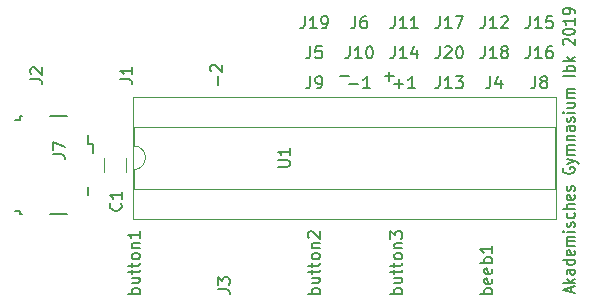
<source format=gbr>
G04 #@! TF.GenerationSoftware,KiCad,Pcbnew,5.99.0-unknown-9a82bc3~100~ubuntu18.04.1*
G04 #@! TF.CreationDate,2019-11-27T20:15:30+01:00*
G04 #@! TF.ProjectId,codebagPCB,636f6465-6261-4675-9043-422e6b696361,rev?*
G04 #@! TF.SameCoordinates,Original*
G04 #@! TF.FileFunction,Legend,Top*
G04 #@! TF.FilePolarity,Positive*
%FSLAX46Y46*%
G04 Gerber Fmt 4.6, Leading zero omitted, Abs format (unit mm)*
G04 Created by KiCad (PCBNEW 5.99.0-unknown-9a82bc3~100~ubuntu18.04.1) date 2019-11-27 20:15:30*
%MOMM*%
%LPD*%
G04 APERTURE LIST*
%ADD10C,0.150000*%
%ADD11C,0.120000*%
G04 APERTURE END LIST*
D10*
X87796666Y-46946428D02*
X87796666Y-46517857D01*
X88082380Y-47032142D02*
X87082380Y-46732142D01*
X88082380Y-46432142D01*
X88082380Y-46132142D02*
X87082380Y-46132142D01*
X87701428Y-46046428D02*
X88082380Y-45789285D01*
X87415714Y-45789285D02*
X87796666Y-46132142D01*
X88082380Y-45017857D02*
X87558571Y-45017857D01*
X87463333Y-45060714D01*
X87415714Y-45146428D01*
X87415714Y-45317857D01*
X87463333Y-45403571D01*
X88034761Y-45017857D02*
X88082380Y-45103571D01*
X88082380Y-45317857D01*
X88034761Y-45403571D01*
X87939523Y-45446428D01*
X87844285Y-45446428D01*
X87749047Y-45403571D01*
X87701428Y-45317857D01*
X87701428Y-45103571D01*
X87653809Y-45017857D01*
X88082380Y-44203571D02*
X87082380Y-44203571D01*
X88034761Y-44203571D02*
X88082380Y-44289285D01*
X88082380Y-44460714D01*
X88034761Y-44546428D01*
X87987142Y-44589285D01*
X87891904Y-44632142D01*
X87606190Y-44632142D01*
X87510952Y-44589285D01*
X87463333Y-44546428D01*
X87415714Y-44460714D01*
X87415714Y-44289285D01*
X87463333Y-44203571D01*
X88034761Y-43432142D02*
X88082380Y-43517857D01*
X88082380Y-43689285D01*
X88034761Y-43774999D01*
X87939523Y-43817857D01*
X87558571Y-43817857D01*
X87463333Y-43774999D01*
X87415714Y-43689285D01*
X87415714Y-43517857D01*
X87463333Y-43432142D01*
X87558571Y-43389285D01*
X87653809Y-43389285D01*
X87749047Y-43817857D01*
X88082380Y-43003571D02*
X87415714Y-43003571D01*
X87510952Y-43003571D02*
X87463333Y-42960714D01*
X87415714Y-42874999D01*
X87415714Y-42746428D01*
X87463333Y-42660714D01*
X87558571Y-42617857D01*
X88082380Y-42617857D01*
X87558571Y-42617857D02*
X87463333Y-42575000D01*
X87415714Y-42489285D01*
X87415714Y-42360714D01*
X87463333Y-42275000D01*
X87558571Y-42232142D01*
X88082380Y-42232142D01*
X88082380Y-41803571D02*
X87415714Y-41803571D01*
X87082380Y-41803571D02*
X87130000Y-41846428D01*
X87177619Y-41803571D01*
X87130000Y-41760714D01*
X87082380Y-41803571D01*
X87177619Y-41803571D01*
X88034761Y-41417857D02*
X88082380Y-41332142D01*
X88082380Y-41160714D01*
X88034761Y-41074999D01*
X87939523Y-41032142D01*
X87891904Y-41032142D01*
X87796666Y-41074999D01*
X87749047Y-41160714D01*
X87749047Y-41289285D01*
X87701428Y-41374999D01*
X87606190Y-41417857D01*
X87558571Y-41417857D01*
X87463333Y-41374999D01*
X87415714Y-41289285D01*
X87415714Y-41160714D01*
X87463333Y-41074999D01*
X88034761Y-40260714D02*
X88082380Y-40346428D01*
X88082380Y-40517857D01*
X88034761Y-40603571D01*
X87987142Y-40646428D01*
X87891904Y-40689285D01*
X87606190Y-40689285D01*
X87510952Y-40646428D01*
X87463333Y-40603571D01*
X87415714Y-40517857D01*
X87415714Y-40346428D01*
X87463333Y-40260714D01*
X88082380Y-39875000D02*
X87082380Y-39875000D01*
X88082380Y-39489285D02*
X87558571Y-39489285D01*
X87463333Y-39532142D01*
X87415714Y-39617857D01*
X87415714Y-39746428D01*
X87463333Y-39832142D01*
X87510952Y-39875000D01*
X88034761Y-38717857D02*
X88082380Y-38803571D01*
X88082380Y-38975000D01*
X88034761Y-39060714D01*
X87939523Y-39103571D01*
X87558571Y-39103571D01*
X87463333Y-39060714D01*
X87415714Y-38975000D01*
X87415714Y-38803571D01*
X87463333Y-38717857D01*
X87558571Y-38675000D01*
X87653809Y-38675000D01*
X87749047Y-39103571D01*
X88034761Y-38332142D02*
X88082380Y-38246428D01*
X88082380Y-38075000D01*
X88034761Y-37989285D01*
X87939523Y-37946428D01*
X87891904Y-37946428D01*
X87796666Y-37989285D01*
X87749047Y-38075000D01*
X87749047Y-38203571D01*
X87701428Y-38289285D01*
X87606190Y-38332142D01*
X87558571Y-38332142D01*
X87463333Y-38289285D01*
X87415714Y-38203571D01*
X87415714Y-38075000D01*
X87463333Y-37989285D01*
X87130000Y-36403571D02*
X87082380Y-36489285D01*
X87082380Y-36617857D01*
X87130000Y-36746428D01*
X87225238Y-36832142D01*
X87320476Y-36875000D01*
X87510952Y-36917857D01*
X87653809Y-36917857D01*
X87844285Y-36875000D01*
X87939523Y-36832142D01*
X88034761Y-36746428D01*
X88082380Y-36617857D01*
X88082380Y-36532142D01*
X88034761Y-36403571D01*
X87987142Y-36360714D01*
X87653809Y-36360714D01*
X87653809Y-36532142D01*
X87415714Y-36060714D02*
X88082380Y-35846428D01*
X87415714Y-35632142D02*
X88082380Y-35846428D01*
X88320476Y-35932142D01*
X88368095Y-35975000D01*
X88415714Y-36060714D01*
X88082380Y-35289285D02*
X87415714Y-35289285D01*
X87510952Y-35289285D02*
X87463333Y-35246428D01*
X87415714Y-35160714D01*
X87415714Y-35032142D01*
X87463333Y-34946428D01*
X87558571Y-34903571D01*
X88082380Y-34903571D01*
X87558571Y-34903571D02*
X87463333Y-34860714D01*
X87415714Y-34775000D01*
X87415714Y-34646428D01*
X87463333Y-34560714D01*
X87558571Y-34517857D01*
X88082380Y-34517857D01*
X87415714Y-34089285D02*
X88082380Y-34089285D01*
X87510952Y-34089285D02*
X87463333Y-34046428D01*
X87415714Y-33960714D01*
X87415714Y-33832142D01*
X87463333Y-33746428D01*
X87558571Y-33703571D01*
X88082380Y-33703571D01*
X88082380Y-32889285D02*
X87558571Y-32889285D01*
X87463333Y-32932142D01*
X87415714Y-33017857D01*
X87415714Y-33189285D01*
X87463333Y-33275000D01*
X88034761Y-32889285D02*
X88082380Y-32975000D01*
X88082380Y-33189285D01*
X88034761Y-33275000D01*
X87939523Y-33317857D01*
X87844285Y-33317857D01*
X87749047Y-33275000D01*
X87701428Y-33189285D01*
X87701428Y-32975000D01*
X87653809Y-32889285D01*
X88034761Y-32503571D02*
X88082380Y-32417857D01*
X88082380Y-32246428D01*
X88034761Y-32160714D01*
X87939523Y-32117857D01*
X87891904Y-32117857D01*
X87796666Y-32160714D01*
X87749047Y-32246428D01*
X87749047Y-32375000D01*
X87701428Y-32460714D01*
X87606190Y-32503571D01*
X87558571Y-32503571D01*
X87463333Y-32460714D01*
X87415714Y-32375000D01*
X87415714Y-32246428D01*
X87463333Y-32160714D01*
X88082380Y-31732142D02*
X87415714Y-31732142D01*
X87082380Y-31732142D02*
X87130000Y-31775000D01*
X87177619Y-31732142D01*
X87130000Y-31689285D01*
X87082380Y-31732142D01*
X87177619Y-31732142D01*
X87415714Y-30917857D02*
X88082380Y-30917857D01*
X87415714Y-31303571D02*
X87939523Y-31303571D01*
X88034761Y-31260714D01*
X88082380Y-31174999D01*
X88082380Y-31046428D01*
X88034761Y-30960714D01*
X87987142Y-30917857D01*
X88082380Y-30489285D02*
X87415714Y-30489285D01*
X87510952Y-30489285D02*
X87463333Y-30446428D01*
X87415714Y-30360714D01*
X87415714Y-30232142D01*
X87463333Y-30146428D01*
X87558571Y-30103571D01*
X88082380Y-30103571D01*
X87558571Y-30103571D02*
X87463333Y-30060714D01*
X87415714Y-29975000D01*
X87415714Y-29846428D01*
X87463333Y-29760714D01*
X87558571Y-29717857D01*
X88082380Y-29717857D01*
X88082380Y-28603571D02*
X87082380Y-28603571D01*
X88082380Y-28174999D02*
X87082380Y-28174999D01*
X87463333Y-28174999D02*
X87415714Y-28089285D01*
X87415714Y-27917857D01*
X87463333Y-27832142D01*
X87510952Y-27789285D01*
X87606190Y-27746428D01*
X87891904Y-27746428D01*
X87987142Y-27789285D01*
X88034761Y-27832142D01*
X88082380Y-27917857D01*
X88082380Y-28089285D01*
X88034761Y-28174999D01*
X88082380Y-27360714D02*
X87082380Y-27360714D01*
X87701428Y-27274999D02*
X88082380Y-27017857D01*
X87415714Y-27017857D02*
X87796666Y-27360714D01*
X87177619Y-25989285D02*
X87130000Y-25946428D01*
X87082380Y-25860714D01*
X87082380Y-25646428D01*
X87130000Y-25560714D01*
X87177619Y-25517857D01*
X87272857Y-25474999D01*
X87368095Y-25474999D01*
X87510952Y-25517857D01*
X88082380Y-26032142D01*
X88082380Y-25474999D01*
X87082380Y-24917857D02*
X87082380Y-24832142D01*
X87130000Y-24746428D01*
X87177619Y-24703571D01*
X87272857Y-24660714D01*
X87463333Y-24617857D01*
X87701428Y-24617857D01*
X87891904Y-24660714D01*
X87987142Y-24703571D01*
X88034761Y-24746428D01*
X88082380Y-24832142D01*
X88082380Y-24917857D01*
X88034761Y-25003571D01*
X87987142Y-25046428D01*
X87891904Y-25089285D01*
X87701428Y-25132142D01*
X87463333Y-25132142D01*
X87272857Y-25089285D01*
X87177619Y-25046428D01*
X87130000Y-25003571D01*
X87082380Y-24917857D01*
X88082380Y-23760714D02*
X88082380Y-24274999D01*
X88082380Y-24017857D02*
X87082380Y-24017857D01*
X87225238Y-24103571D01*
X87320476Y-24189285D01*
X87368095Y-24274999D01*
X88082380Y-23332142D02*
X88082380Y-23160714D01*
X88034761Y-23074999D01*
X87987142Y-23032142D01*
X87844285Y-22946428D01*
X87653809Y-22903571D01*
X87272857Y-22903571D01*
X87177619Y-22946428D01*
X87130000Y-22989285D01*
X87082380Y-23074999D01*
X87082380Y-23246428D01*
X87130000Y-23332142D01*
X87177619Y-23374999D01*
X87272857Y-23417857D01*
X87510952Y-23417857D01*
X87606190Y-23374999D01*
X87653809Y-23332142D01*
X87701428Y-23246428D01*
X87701428Y-23074999D01*
X87653809Y-22989285D01*
X87606190Y-22946428D01*
X87510952Y-22903571D01*
X72770952Y-28646428D02*
X72009047Y-28646428D01*
X72390000Y-29027380D02*
X72390000Y-28265476D01*
X68960952Y-28646428D02*
X68199047Y-28646428D01*
D11*
X48239000Y-36800064D02*
X48239000Y-35595936D01*
X50059000Y-36800064D02*
X50059000Y-35595936D01*
X50740000Y-34560000D02*
G75*
G02X50740000Y-36560000I0J-1000000D01*
G01*
X50740000Y-36560000D02*
X50740000Y-38210000D01*
X50740000Y-38210000D02*
X86420000Y-38210000D01*
X86420000Y-38210000D02*
X86420000Y-32910000D01*
X86420000Y-32910000D02*
X50740000Y-32910000D01*
X50740000Y-32910000D02*
X50740000Y-34560000D01*
X50680000Y-40700000D02*
X86480000Y-40700000D01*
X86480000Y-40700000D02*
X86480000Y-30420000D01*
X86480000Y-30420000D02*
X50680000Y-30420000D01*
X50680000Y-30420000D02*
X50680000Y-40700000D01*
D10*
X46850000Y-37995000D02*
X46850000Y-38720000D01*
X46850000Y-34395000D02*
X46850000Y-33670000D01*
X47275000Y-34395000D02*
X46850000Y-34395000D01*
X47275000Y-35120000D02*
X47275000Y-34395000D01*
X43700000Y-40345000D02*
X45100000Y-40345000D01*
X41150000Y-40345000D02*
X41300000Y-40345000D01*
X41150000Y-40045000D02*
X41150000Y-40345000D01*
X40700000Y-40045000D02*
X41150000Y-40045000D01*
X41150000Y-32345000D02*
X40700000Y-32345000D01*
X41150000Y-32045000D02*
X41150000Y-32345000D01*
X41300000Y-32045000D02*
X41150000Y-32045000D01*
X45100000Y-32045000D02*
X43700000Y-32045000D01*
X49633142Y-39409666D02*
X49680761Y-39457285D01*
X49728380Y-39600142D01*
X49728380Y-39695380D01*
X49680761Y-39838238D01*
X49585523Y-39933476D01*
X49490285Y-39981095D01*
X49299809Y-40028714D01*
X49156952Y-40028714D01*
X48966476Y-39981095D01*
X48871238Y-39933476D01*
X48776000Y-39838238D01*
X48728380Y-39695380D01*
X48728380Y-39600142D01*
X48776000Y-39457285D01*
X48823619Y-39409666D01*
X49728380Y-38457285D02*
X49728380Y-39028714D01*
X49728380Y-38743000D02*
X48728380Y-38743000D01*
X48871238Y-38838238D01*
X48966476Y-38933476D01*
X49014095Y-39028714D01*
X62952380Y-36321904D02*
X63761904Y-36321904D01*
X63857142Y-36274285D01*
X63904761Y-36226666D01*
X63952380Y-36131428D01*
X63952380Y-35940952D01*
X63904761Y-35845714D01*
X63857142Y-35798095D01*
X63761904Y-35750476D01*
X62952380Y-35750476D01*
X63952380Y-34750476D02*
X63952380Y-35321904D01*
X63952380Y-35036190D02*
X62952380Y-35036190D01*
X63095238Y-35131428D01*
X63190476Y-35226666D01*
X63238095Y-35321904D01*
X73477380Y-47069047D02*
X72477380Y-47069047D01*
X72858333Y-47069047D02*
X72810714Y-46973809D01*
X72810714Y-46783333D01*
X72858333Y-46688095D01*
X72905952Y-46640476D01*
X73001190Y-46592857D01*
X73286904Y-46592857D01*
X73382142Y-46640476D01*
X73429761Y-46688095D01*
X73477380Y-46783333D01*
X73477380Y-46973809D01*
X73429761Y-47069047D01*
X72810714Y-45735714D02*
X73477380Y-45735714D01*
X72810714Y-46164285D02*
X73334523Y-46164285D01*
X73429761Y-46116666D01*
X73477380Y-46021428D01*
X73477380Y-45878571D01*
X73429761Y-45783333D01*
X73382142Y-45735714D01*
X72810714Y-45402380D02*
X72810714Y-45021428D01*
X72477380Y-45259523D02*
X73334523Y-45259523D01*
X73429761Y-45211904D01*
X73477380Y-45116666D01*
X73477380Y-45021428D01*
X72810714Y-44830952D02*
X72810714Y-44450000D01*
X72477380Y-44688095D02*
X73334523Y-44688095D01*
X73429761Y-44640476D01*
X73477380Y-44545238D01*
X73477380Y-44450000D01*
X73477380Y-43973809D02*
X73429761Y-44069047D01*
X73382142Y-44116666D01*
X73286904Y-44164285D01*
X73001190Y-44164285D01*
X72905952Y-44116666D01*
X72858333Y-44069047D01*
X72810714Y-43973809D01*
X72810714Y-43830952D01*
X72858333Y-43735714D01*
X72905952Y-43688095D01*
X73001190Y-43640476D01*
X73286904Y-43640476D01*
X73382142Y-43688095D01*
X73429761Y-43735714D01*
X73477380Y-43830952D01*
X73477380Y-43973809D01*
X72810714Y-43211904D02*
X73477380Y-43211904D01*
X72905952Y-43211904D02*
X72858333Y-43164285D01*
X72810714Y-43069047D01*
X72810714Y-42926190D01*
X72858333Y-42830952D01*
X72953571Y-42783333D01*
X73477380Y-42783333D01*
X72477380Y-42402380D02*
X72477380Y-41783333D01*
X72858333Y-42116666D01*
X72858333Y-41973809D01*
X72905952Y-41878571D01*
X72953571Y-41830952D01*
X73048809Y-41783333D01*
X73286904Y-41783333D01*
X73382142Y-41830952D01*
X73429761Y-41878571D01*
X73477380Y-41973809D01*
X73477380Y-42259523D01*
X73429761Y-42354761D01*
X73382142Y-42402380D01*
X76660476Y-26122380D02*
X76660476Y-26836666D01*
X76612857Y-26979523D01*
X76517619Y-27074761D01*
X76374761Y-27122380D01*
X76279523Y-27122380D01*
X77089047Y-26217619D02*
X77136666Y-26170000D01*
X77231904Y-26122380D01*
X77470000Y-26122380D01*
X77565238Y-26170000D01*
X77612857Y-26217619D01*
X77660476Y-26312857D01*
X77660476Y-26408095D01*
X77612857Y-26550952D01*
X77041428Y-27122380D01*
X77660476Y-27122380D01*
X78279523Y-26122380D02*
X78374761Y-26122380D01*
X78470000Y-26170000D01*
X78517619Y-26217619D01*
X78565238Y-26312857D01*
X78612857Y-26503333D01*
X78612857Y-26741428D01*
X78565238Y-26931904D01*
X78517619Y-27027142D01*
X78470000Y-27074761D01*
X78374761Y-27122380D01*
X78279523Y-27122380D01*
X78184285Y-27074761D01*
X78136666Y-27027142D01*
X78089047Y-26931904D01*
X78041428Y-26741428D01*
X78041428Y-26503333D01*
X78089047Y-26312857D01*
X78136666Y-26217619D01*
X78184285Y-26170000D01*
X78279523Y-26122380D01*
X65230476Y-23582380D02*
X65230476Y-24296666D01*
X65182857Y-24439523D01*
X65087619Y-24534761D01*
X64944761Y-24582380D01*
X64849523Y-24582380D01*
X66230476Y-24582380D02*
X65659047Y-24582380D01*
X65944761Y-24582380D02*
X65944761Y-23582380D01*
X65849523Y-23725238D01*
X65754285Y-23820476D01*
X65659047Y-23868095D01*
X66706666Y-24582380D02*
X66897142Y-24582380D01*
X66992380Y-24534761D01*
X67040000Y-24487142D01*
X67135238Y-24344285D01*
X67182857Y-24153809D01*
X67182857Y-23772857D01*
X67135238Y-23677619D01*
X67087619Y-23630000D01*
X66992380Y-23582380D01*
X66801904Y-23582380D01*
X66706666Y-23630000D01*
X66659047Y-23677619D01*
X66611428Y-23772857D01*
X66611428Y-24010952D01*
X66659047Y-24106190D01*
X66706666Y-24153809D01*
X66801904Y-24201428D01*
X66992380Y-24201428D01*
X67087619Y-24153809D01*
X67135238Y-24106190D01*
X67182857Y-24010952D01*
X80470476Y-26122380D02*
X80470476Y-26836666D01*
X80422857Y-26979523D01*
X80327619Y-27074761D01*
X80184761Y-27122380D01*
X80089523Y-27122380D01*
X81470476Y-27122380D02*
X80899047Y-27122380D01*
X81184761Y-27122380D02*
X81184761Y-26122380D01*
X81089523Y-26265238D01*
X80994285Y-26360476D01*
X80899047Y-26408095D01*
X82041904Y-26550952D02*
X81946666Y-26503333D01*
X81899047Y-26455714D01*
X81851428Y-26360476D01*
X81851428Y-26312857D01*
X81899047Y-26217619D01*
X81946666Y-26170000D01*
X82041904Y-26122380D01*
X82232380Y-26122380D01*
X82327619Y-26170000D01*
X82375238Y-26217619D01*
X82422857Y-26312857D01*
X82422857Y-26360476D01*
X82375238Y-26455714D01*
X82327619Y-26503333D01*
X82232380Y-26550952D01*
X82041904Y-26550952D01*
X81946666Y-26598571D01*
X81899047Y-26646190D01*
X81851428Y-26741428D01*
X81851428Y-26931904D01*
X81899047Y-27027142D01*
X81946666Y-27074761D01*
X82041904Y-27122380D01*
X82232380Y-27122380D01*
X82327619Y-27074761D01*
X82375238Y-27027142D01*
X82422857Y-26931904D01*
X82422857Y-26741428D01*
X82375238Y-26646190D01*
X82327619Y-26598571D01*
X82232380Y-26550952D01*
X76660476Y-23582380D02*
X76660476Y-24296666D01*
X76612857Y-24439523D01*
X76517619Y-24534761D01*
X76374761Y-24582380D01*
X76279523Y-24582380D01*
X77660476Y-24582380D02*
X77089047Y-24582380D01*
X77374761Y-24582380D02*
X77374761Y-23582380D01*
X77279523Y-23725238D01*
X77184285Y-23820476D01*
X77089047Y-23868095D01*
X77993809Y-23582380D02*
X78660476Y-23582380D01*
X78231904Y-24582380D01*
X84280476Y-26122380D02*
X84280476Y-26836666D01*
X84232857Y-26979523D01*
X84137619Y-27074761D01*
X83994761Y-27122380D01*
X83899523Y-27122380D01*
X85280476Y-27122380D02*
X84709047Y-27122380D01*
X84994761Y-27122380D02*
X84994761Y-26122380D01*
X84899523Y-26265238D01*
X84804285Y-26360476D01*
X84709047Y-26408095D01*
X86137619Y-26122380D02*
X85947142Y-26122380D01*
X85851904Y-26170000D01*
X85804285Y-26217619D01*
X85709047Y-26360476D01*
X85661428Y-26550952D01*
X85661428Y-26931904D01*
X85709047Y-27027142D01*
X85756666Y-27074761D01*
X85851904Y-27122380D01*
X86042380Y-27122380D01*
X86137619Y-27074761D01*
X86185238Y-27027142D01*
X86232857Y-26931904D01*
X86232857Y-26693809D01*
X86185238Y-26598571D01*
X86137619Y-26550952D01*
X86042380Y-26503333D01*
X85851904Y-26503333D01*
X85756666Y-26550952D01*
X85709047Y-26598571D01*
X85661428Y-26693809D01*
X84280476Y-23582380D02*
X84280476Y-24296666D01*
X84232857Y-24439523D01*
X84137619Y-24534761D01*
X83994761Y-24582380D01*
X83899523Y-24582380D01*
X85280476Y-24582380D02*
X84709047Y-24582380D01*
X84994761Y-24582380D02*
X84994761Y-23582380D01*
X84899523Y-23725238D01*
X84804285Y-23820476D01*
X84709047Y-23868095D01*
X86185238Y-23582380D02*
X85709047Y-23582380D01*
X85661428Y-24058571D01*
X85709047Y-24010952D01*
X85804285Y-23963333D01*
X86042380Y-23963333D01*
X86137619Y-24010952D01*
X86185238Y-24058571D01*
X86232857Y-24153809D01*
X86232857Y-24391904D01*
X86185238Y-24487142D01*
X86137619Y-24534761D01*
X86042380Y-24582380D01*
X85804285Y-24582380D01*
X85709047Y-24534761D01*
X85661428Y-24487142D01*
X72850476Y-26122380D02*
X72850476Y-26836666D01*
X72802857Y-26979523D01*
X72707619Y-27074761D01*
X72564761Y-27122380D01*
X72469523Y-27122380D01*
X73850476Y-27122380D02*
X73279047Y-27122380D01*
X73564761Y-27122380D02*
X73564761Y-26122380D01*
X73469523Y-26265238D01*
X73374285Y-26360476D01*
X73279047Y-26408095D01*
X74707619Y-26455714D02*
X74707619Y-27122380D01*
X74469523Y-26074761D02*
X74231428Y-26789047D01*
X74850476Y-26789047D01*
X76660476Y-28662380D02*
X76660476Y-29376666D01*
X76612857Y-29519523D01*
X76517619Y-29614761D01*
X76374761Y-29662380D01*
X76279523Y-29662380D01*
X77660476Y-29662380D02*
X77089047Y-29662380D01*
X77374761Y-29662380D02*
X77374761Y-28662380D01*
X77279523Y-28805238D01*
X77184285Y-28900476D01*
X77089047Y-28948095D01*
X77993809Y-28662380D02*
X78612857Y-28662380D01*
X78279523Y-29043333D01*
X78422380Y-29043333D01*
X78517619Y-29090952D01*
X78565238Y-29138571D01*
X78612857Y-29233809D01*
X78612857Y-29471904D01*
X78565238Y-29567142D01*
X78517619Y-29614761D01*
X78422380Y-29662380D01*
X78136666Y-29662380D01*
X78041428Y-29614761D01*
X77993809Y-29567142D01*
X80470476Y-23582380D02*
X80470476Y-24296666D01*
X80422857Y-24439523D01*
X80327619Y-24534761D01*
X80184761Y-24582380D01*
X80089523Y-24582380D01*
X81470476Y-24582380D02*
X80899047Y-24582380D01*
X81184761Y-24582380D02*
X81184761Y-23582380D01*
X81089523Y-23725238D01*
X80994285Y-23820476D01*
X80899047Y-23868095D01*
X81851428Y-23677619D02*
X81899047Y-23630000D01*
X81994285Y-23582380D01*
X82232380Y-23582380D01*
X82327619Y-23630000D01*
X82375238Y-23677619D01*
X82422857Y-23772857D01*
X82422857Y-23868095D01*
X82375238Y-24010952D01*
X81803809Y-24582380D01*
X82422857Y-24582380D01*
X72850476Y-23582380D02*
X72850476Y-24296666D01*
X72802857Y-24439523D01*
X72707619Y-24534761D01*
X72564761Y-24582380D01*
X72469523Y-24582380D01*
X73850476Y-24582380D02*
X73279047Y-24582380D01*
X73564761Y-24582380D02*
X73564761Y-23582380D01*
X73469523Y-23725238D01*
X73374285Y-23820476D01*
X73279047Y-23868095D01*
X74802857Y-24582380D02*
X74231428Y-24582380D01*
X74517142Y-24582380D02*
X74517142Y-23582380D01*
X74421904Y-23725238D01*
X74326666Y-23820476D01*
X74231428Y-23868095D01*
X69040476Y-26122380D02*
X69040476Y-26836666D01*
X68992857Y-26979523D01*
X68897619Y-27074761D01*
X68754761Y-27122380D01*
X68659523Y-27122380D01*
X70040476Y-27122380D02*
X69469047Y-27122380D01*
X69754761Y-27122380D02*
X69754761Y-26122380D01*
X69659523Y-26265238D01*
X69564285Y-26360476D01*
X69469047Y-26408095D01*
X70659523Y-26122380D02*
X70754761Y-26122380D01*
X70850000Y-26170000D01*
X70897619Y-26217619D01*
X70945238Y-26312857D01*
X70992857Y-26503333D01*
X70992857Y-26741428D01*
X70945238Y-26931904D01*
X70897619Y-27027142D01*
X70850000Y-27074761D01*
X70754761Y-27122380D01*
X70659523Y-27122380D01*
X70564285Y-27074761D01*
X70516666Y-27027142D01*
X70469047Y-26931904D01*
X70421428Y-26741428D01*
X70421428Y-26503333D01*
X70469047Y-26312857D01*
X70516666Y-26217619D01*
X70564285Y-26170000D01*
X70659523Y-26122380D01*
X65706666Y-28662380D02*
X65706666Y-29376666D01*
X65659047Y-29519523D01*
X65563809Y-29614761D01*
X65420952Y-29662380D01*
X65325714Y-29662380D01*
X66230476Y-29662380D02*
X66420952Y-29662380D01*
X66516190Y-29614761D01*
X66563809Y-29567142D01*
X66659047Y-29424285D01*
X66706666Y-29233809D01*
X66706666Y-28852857D01*
X66659047Y-28757619D01*
X66611428Y-28710000D01*
X66516190Y-28662380D01*
X66325714Y-28662380D01*
X66230476Y-28710000D01*
X66182857Y-28757619D01*
X66135238Y-28852857D01*
X66135238Y-29090952D01*
X66182857Y-29186190D01*
X66230476Y-29233809D01*
X66325714Y-29281428D01*
X66516190Y-29281428D01*
X66611428Y-29233809D01*
X66659047Y-29186190D01*
X66706666Y-29090952D01*
X84756666Y-28662380D02*
X84756666Y-29376666D01*
X84709047Y-29519523D01*
X84613809Y-29614761D01*
X84470952Y-29662380D01*
X84375714Y-29662380D01*
X85375714Y-29090952D02*
X85280476Y-29043333D01*
X85232857Y-28995714D01*
X85185238Y-28900476D01*
X85185238Y-28852857D01*
X85232857Y-28757619D01*
X85280476Y-28710000D01*
X85375714Y-28662380D01*
X85566190Y-28662380D01*
X85661428Y-28710000D01*
X85709047Y-28757619D01*
X85756666Y-28852857D01*
X85756666Y-28900476D01*
X85709047Y-28995714D01*
X85661428Y-29043333D01*
X85566190Y-29090952D01*
X85375714Y-29090952D01*
X85280476Y-29138571D01*
X85232857Y-29186190D01*
X85185238Y-29281428D01*
X85185238Y-29471904D01*
X85232857Y-29567142D01*
X85280476Y-29614761D01*
X85375714Y-29662380D01*
X85566190Y-29662380D01*
X85661428Y-29614761D01*
X85709047Y-29567142D01*
X85756666Y-29471904D01*
X85756666Y-29281428D01*
X85709047Y-29186190D01*
X85661428Y-29138571D01*
X85566190Y-29090952D01*
X43902380Y-35258333D02*
X44616666Y-35258333D01*
X44759523Y-35305952D01*
X44854761Y-35401190D01*
X44902380Y-35544047D01*
X44902380Y-35639285D01*
X43902380Y-34877380D02*
X43902380Y-34210714D01*
X44902380Y-34639285D01*
X69516666Y-23582380D02*
X69516666Y-24296666D01*
X69469047Y-24439523D01*
X69373809Y-24534761D01*
X69230952Y-24582380D01*
X69135714Y-24582380D01*
X70421428Y-23582380D02*
X70230952Y-23582380D01*
X70135714Y-23630000D01*
X70088095Y-23677619D01*
X69992857Y-23820476D01*
X69945238Y-24010952D01*
X69945238Y-24391904D01*
X69992857Y-24487142D01*
X70040476Y-24534761D01*
X70135714Y-24582380D01*
X70326190Y-24582380D01*
X70421428Y-24534761D01*
X70469047Y-24487142D01*
X70516666Y-24391904D01*
X70516666Y-24153809D01*
X70469047Y-24058571D01*
X70421428Y-24010952D01*
X70326190Y-23963333D01*
X70135714Y-23963333D01*
X70040476Y-24010952D01*
X69992857Y-24058571D01*
X69945238Y-24153809D01*
X65706666Y-26122380D02*
X65706666Y-26836666D01*
X65659047Y-26979523D01*
X65563809Y-27074761D01*
X65420952Y-27122380D01*
X65325714Y-27122380D01*
X66659047Y-26122380D02*
X66182857Y-26122380D01*
X66135238Y-26598571D01*
X66182857Y-26550952D01*
X66278095Y-26503333D01*
X66516190Y-26503333D01*
X66611428Y-26550952D01*
X66659047Y-26598571D01*
X66706666Y-26693809D01*
X66706666Y-26931904D01*
X66659047Y-27027142D01*
X66611428Y-27074761D01*
X66516190Y-27122380D01*
X66278095Y-27122380D01*
X66182857Y-27074761D01*
X66135238Y-27027142D01*
X80946666Y-28662380D02*
X80946666Y-29376666D01*
X80899047Y-29519523D01*
X80803809Y-29614761D01*
X80660952Y-29662380D01*
X80565714Y-29662380D01*
X81851428Y-28995714D02*
X81851428Y-29662380D01*
X81613333Y-28614761D02*
X81375238Y-29329047D01*
X81994285Y-29329047D01*
X57872380Y-46688333D02*
X58586666Y-46688333D01*
X58729523Y-46735952D01*
X58824761Y-46831190D01*
X58872380Y-46974047D01*
X58872380Y-47069285D01*
X57872380Y-46307380D02*
X57872380Y-45688333D01*
X58253333Y-46021666D01*
X58253333Y-45878809D01*
X58300952Y-45783571D01*
X58348571Y-45735952D01*
X58443809Y-45688333D01*
X58681904Y-45688333D01*
X58777142Y-45735952D01*
X58824761Y-45783571D01*
X58872380Y-45878809D01*
X58872380Y-46164523D01*
X58824761Y-46259761D01*
X58777142Y-46307380D01*
X41997380Y-28908333D02*
X42711666Y-28908333D01*
X42854523Y-28955952D01*
X42949761Y-29051190D01*
X42997380Y-29194047D01*
X42997380Y-29289285D01*
X42092619Y-28479761D02*
X42045000Y-28432142D01*
X41997380Y-28336904D01*
X41997380Y-28098809D01*
X42045000Y-28003571D01*
X42092619Y-27955952D01*
X42187857Y-27908333D01*
X42283095Y-27908333D01*
X42425952Y-27955952D01*
X42997380Y-28527380D01*
X42997380Y-27908333D01*
X49617380Y-28908333D02*
X50331666Y-28908333D01*
X50474523Y-28955952D01*
X50569761Y-29051190D01*
X50617380Y-29194047D01*
X50617380Y-29289285D01*
X50617380Y-27908333D02*
X50617380Y-28479761D01*
X50617380Y-28194047D02*
X49617380Y-28194047D01*
X49760238Y-28289285D01*
X49855476Y-28384523D01*
X49903095Y-28479761D01*
X66492380Y-47069047D02*
X65492380Y-47069047D01*
X65873333Y-47069047D02*
X65825714Y-46973809D01*
X65825714Y-46783333D01*
X65873333Y-46688095D01*
X65920952Y-46640476D01*
X66016190Y-46592857D01*
X66301904Y-46592857D01*
X66397142Y-46640476D01*
X66444761Y-46688095D01*
X66492380Y-46783333D01*
X66492380Y-46973809D01*
X66444761Y-47069047D01*
X65825714Y-45735714D02*
X66492380Y-45735714D01*
X65825714Y-46164285D02*
X66349523Y-46164285D01*
X66444761Y-46116666D01*
X66492380Y-46021428D01*
X66492380Y-45878571D01*
X66444761Y-45783333D01*
X66397142Y-45735714D01*
X65825714Y-45402380D02*
X65825714Y-45021428D01*
X65492380Y-45259523D02*
X66349523Y-45259523D01*
X66444761Y-45211904D01*
X66492380Y-45116666D01*
X66492380Y-45021428D01*
X65825714Y-44830952D02*
X65825714Y-44450000D01*
X65492380Y-44688095D02*
X66349523Y-44688095D01*
X66444761Y-44640476D01*
X66492380Y-44545238D01*
X66492380Y-44450000D01*
X66492380Y-43973809D02*
X66444761Y-44069047D01*
X66397142Y-44116666D01*
X66301904Y-44164285D01*
X66016190Y-44164285D01*
X65920952Y-44116666D01*
X65873333Y-44069047D01*
X65825714Y-43973809D01*
X65825714Y-43830952D01*
X65873333Y-43735714D01*
X65920952Y-43688095D01*
X66016190Y-43640476D01*
X66301904Y-43640476D01*
X66397142Y-43688095D01*
X66444761Y-43735714D01*
X66492380Y-43830952D01*
X66492380Y-43973809D01*
X65825714Y-43211904D02*
X66492380Y-43211904D01*
X65920952Y-43211904D02*
X65873333Y-43164285D01*
X65825714Y-43069047D01*
X65825714Y-42926190D01*
X65873333Y-42830952D01*
X65968571Y-42783333D01*
X66492380Y-42783333D01*
X65587619Y-42354761D02*
X65540000Y-42307142D01*
X65492380Y-42211904D01*
X65492380Y-41973809D01*
X65540000Y-41878571D01*
X65587619Y-41830952D01*
X65682857Y-41783333D01*
X65778095Y-41783333D01*
X65920952Y-41830952D01*
X66492380Y-42402380D01*
X66492380Y-41783333D01*
X51252380Y-47069047D02*
X50252380Y-47069047D01*
X50633333Y-47069047D02*
X50585714Y-46973809D01*
X50585714Y-46783333D01*
X50633333Y-46688095D01*
X50680952Y-46640476D01*
X50776190Y-46592857D01*
X51061904Y-46592857D01*
X51157142Y-46640476D01*
X51204761Y-46688095D01*
X51252380Y-46783333D01*
X51252380Y-46973809D01*
X51204761Y-47069047D01*
X50585714Y-45735714D02*
X51252380Y-45735714D01*
X50585714Y-46164285D02*
X51109523Y-46164285D01*
X51204761Y-46116666D01*
X51252380Y-46021428D01*
X51252380Y-45878571D01*
X51204761Y-45783333D01*
X51157142Y-45735714D01*
X50585714Y-45402380D02*
X50585714Y-45021428D01*
X50252380Y-45259523D02*
X51109523Y-45259523D01*
X51204761Y-45211904D01*
X51252380Y-45116666D01*
X51252380Y-45021428D01*
X50585714Y-44830952D02*
X50585714Y-44450000D01*
X50252380Y-44688095D02*
X51109523Y-44688095D01*
X51204761Y-44640476D01*
X51252380Y-44545238D01*
X51252380Y-44450000D01*
X51252380Y-43973809D02*
X51204761Y-44069047D01*
X51157142Y-44116666D01*
X51061904Y-44164285D01*
X50776190Y-44164285D01*
X50680952Y-44116666D01*
X50633333Y-44069047D01*
X50585714Y-43973809D01*
X50585714Y-43830952D01*
X50633333Y-43735714D01*
X50680952Y-43688095D01*
X50776190Y-43640476D01*
X51061904Y-43640476D01*
X51157142Y-43688095D01*
X51204761Y-43735714D01*
X51252380Y-43830952D01*
X51252380Y-43973809D01*
X50585714Y-43211904D02*
X51252380Y-43211904D01*
X50680952Y-43211904D02*
X50633333Y-43164285D01*
X50585714Y-43069047D01*
X50585714Y-42926190D01*
X50633333Y-42830952D01*
X50728571Y-42783333D01*
X51252380Y-42783333D01*
X51252380Y-41783333D02*
X51252380Y-42354761D01*
X51252380Y-42069047D02*
X50252380Y-42069047D01*
X50395238Y-42164285D01*
X50490476Y-42259523D01*
X50538095Y-42354761D01*
X81097380Y-47085000D02*
X80097380Y-47085000D01*
X80478333Y-47085000D02*
X80430714Y-46989761D01*
X80430714Y-46799285D01*
X80478333Y-46704047D01*
X80525952Y-46656428D01*
X80621190Y-46608809D01*
X80906904Y-46608809D01*
X81002142Y-46656428D01*
X81049761Y-46704047D01*
X81097380Y-46799285D01*
X81097380Y-46989761D01*
X81049761Y-47085000D01*
X81049761Y-45799285D02*
X81097380Y-45894523D01*
X81097380Y-46085000D01*
X81049761Y-46180238D01*
X80954523Y-46227857D01*
X80573571Y-46227857D01*
X80478333Y-46180238D01*
X80430714Y-46085000D01*
X80430714Y-45894523D01*
X80478333Y-45799285D01*
X80573571Y-45751666D01*
X80668809Y-45751666D01*
X80764047Y-46227857D01*
X81049761Y-44942142D02*
X81097380Y-45037380D01*
X81097380Y-45227857D01*
X81049761Y-45323095D01*
X80954523Y-45370714D01*
X80573571Y-45370714D01*
X80478333Y-45323095D01*
X80430714Y-45227857D01*
X80430714Y-45037380D01*
X80478333Y-44942142D01*
X80573571Y-44894523D01*
X80668809Y-44894523D01*
X80764047Y-45370714D01*
X81097380Y-44465952D02*
X80097380Y-44465952D01*
X80478333Y-44465952D02*
X80430714Y-44370714D01*
X80430714Y-44180238D01*
X80478333Y-44085000D01*
X80525952Y-44037380D01*
X80621190Y-43989761D01*
X80906904Y-43989761D01*
X81002142Y-44037380D01*
X81049761Y-44085000D01*
X81097380Y-44180238D01*
X81097380Y-44370714D01*
X81049761Y-44465952D01*
X81097380Y-43037380D02*
X81097380Y-43608809D01*
X81097380Y-43323095D02*
X80097380Y-43323095D01*
X80240238Y-43418333D01*
X80335476Y-43513571D01*
X80383095Y-43608809D01*
X57856428Y-29432142D02*
X57856428Y-28670238D01*
X57332619Y-28241666D02*
X57285000Y-28194047D01*
X57237380Y-28098809D01*
X57237380Y-27860714D01*
X57285000Y-27765476D01*
X57332619Y-27717857D01*
X57427857Y-27670238D01*
X57523095Y-27670238D01*
X57665952Y-27717857D01*
X58237380Y-28289285D01*
X58237380Y-27670238D01*
X68992857Y-29281428D02*
X69754761Y-29281428D01*
X70754761Y-29662380D02*
X70183333Y-29662380D01*
X70469047Y-29662380D02*
X70469047Y-28662380D01*
X70373809Y-28805238D01*
X70278571Y-28900476D01*
X70183333Y-28948095D01*
X72802857Y-29281428D02*
X73564761Y-29281428D01*
X73183809Y-29662380D02*
X73183809Y-28900476D01*
X74564761Y-29662380D02*
X73993333Y-29662380D01*
X74279047Y-29662380D02*
X74279047Y-28662380D01*
X74183809Y-28805238D01*
X74088571Y-28900476D01*
X73993333Y-28948095D01*
M02*

</source>
